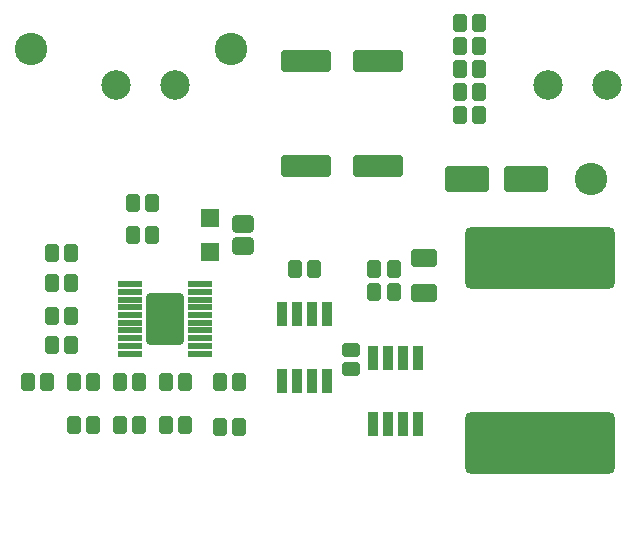
<source format=gts>
G04*
G04 #@! TF.GenerationSoftware,Altium Limited,Altium Designer,21.2.2 (38)*
G04*
G04 Layer_Color=8388736*
%FSLAX25Y25*%
%MOIN*%
G70*
G04*
G04 #@! TF.SameCoordinates,00FE7A0C-3AD2-496B-9420-9E862BC3E7C8*
G04*
G04*
G04 #@! TF.FilePolarity,Negative*
G04*
G01*
G75*
G04:AMPARAMS|DCode=28|XSize=63.12mil|YSize=43.43mil|CornerRadius=6.66mil|HoleSize=0mil|Usage=FLASHONLY|Rotation=0.000|XOffset=0mil|YOffset=0mil|HoleType=Round|Shape=RoundedRectangle|*
%AMROUNDEDRECTD28*
21,1,0.06312,0.03012,0,0,0.0*
21,1,0.04980,0.04343,0,0,0.0*
1,1,0.01332,0.02490,-0.01506*
1,1,0.01332,-0.02490,-0.01506*
1,1,0.01332,-0.02490,0.01506*
1,1,0.01332,0.02490,0.01506*
%
%ADD28ROUNDEDRECTD28*%
G04:AMPARAMS|DCode=29|XSize=70.99mil|YSize=165.48mil|CornerRadius=8.72mil|HoleSize=0mil|Usage=FLASHONLY|Rotation=270.000|XOffset=0mil|YOffset=0mil|HoleType=Round|Shape=RoundedRectangle|*
%AMROUNDEDRECTD29*
21,1,0.07099,0.14803,0,0,270.0*
21,1,0.05354,0.16548,0,0,270.0*
1,1,0.01745,-0.07402,-0.02677*
1,1,0.01745,-0.07402,0.02677*
1,1,0.01745,0.07402,0.02677*
1,1,0.01745,0.07402,-0.02677*
%
%ADD29ROUNDEDRECTD29*%
G04:AMPARAMS|DCode=30|XSize=63.12mil|YSize=43.43mil|CornerRadius=6.66mil|HoleSize=0mil|Usage=FLASHONLY|Rotation=90.000|XOffset=0mil|YOffset=0mil|HoleType=Round|Shape=RoundedRectangle|*
%AMROUNDEDRECTD30*
21,1,0.06312,0.03012,0,0,90.0*
21,1,0.04980,0.04343,0,0,90.0*
1,1,0.01332,0.01506,0.02490*
1,1,0.01332,0.01506,-0.02490*
1,1,0.01332,-0.01506,-0.02490*
1,1,0.01332,-0.01506,0.02490*
%
%ADD30ROUNDEDRECTD30*%
G04:AMPARAMS|DCode=31|XSize=82.8mil|YSize=22.17mil|CornerRadius=5.06mil|HoleSize=0mil|Usage=FLASHONLY|Rotation=0.000|XOffset=0mil|YOffset=0mil|HoleType=Round|Shape=RoundedRectangle|*
%AMROUNDEDRECTD31*
21,1,0.08280,0.01205,0,0,0.0*
21,1,0.07268,0.02217,0,0,0.0*
1,1,0.01013,0.03634,-0.00602*
1,1,0.01013,-0.03634,-0.00602*
1,1,0.01013,-0.03634,0.00602*
1,1,0.01013,0.03634,0.00602*
%
%ADD31ROUNDEDRECTD31*%
G04:AMPARAMS|DCode=32|XSize=22.17mil|YSize=82.8mil|CornerRadius=5.06mil|HoleSize=0mil|Usage=FLASHONLY|Rotation=90.000|XOffset=0mil|YOffset=0mil|HoleType=Round|Shape=RoundedRectangle|*
%AMROUNDEDRECTD32*
21,1,0.02217,0.07268,0,0,90.0*
21,1,0.01205,0.08280,0,0,90.0*
1,1,0.01013,0.03634,0.00602*
1,1,0.01013,0.03634,-0.00602*
1,1,0.01013,-0.03634,-0.00602*
1,1,0.01013,-0.03634,0.00602*
%
%ADD32ROUNDEDRECTD32*%
G04:AMPARAMS|DCode=33|XSize=173.35mil|YSize=126.11mil|CornerRadius=12.86mil|HoleSize=0mil|Usage=FLASHONLY|Rotation=90.000|XOffset=0mil|YOffset=0mil|HoleType=Round|Shape=RoundedRectangle|*
%AMROUNDEDRECTD33*
21,1,0.17335,0.10039,0,0,90.0*
21,1,0.14764,0.12611,0,0,90.0*
1,1,0.02572,0.05020,0.07382*
1,1,0.02572,0.05020,-0.07382*
1,1,0.02572,-0.05020,-0.07382*
1,1,0.02572,-0.05020,0.07382*
%
%ADD33ROUNDEDRECTD33*%
G04:AMPARAMS|DCode=34|XSize=86.74mil|YSize=59.18mil|CornerRadius=9.12mil|HoleSize=0mil|Usage=FLASHONLY|Rotation=0.000|XOffset=0mil|YOffset=0mil|HoleType=Round|Shape=RoundedRectangle|*
%AMROUNDEDRECTD34*
21,1,0.08674,0.04095,0,0,0.0*
21,1,0.06850,0.05918,0,0,0.0*
1,1,0.01824,0.03425,-0.02047*
1,1,0.01824,-0.03425,-0.02047*
1,1,0.01824,-0.03425,0.02047*
1,1,0.01824,0.03425,0.02047*
%
%ADD34ROUNDEDRECTD34*%
G04:AMPARAMS|DCode=35|XSize=36.35mil|YSize=82.8mil|CornerRadius=6.13mil|HoleSize=0mil|Usage=FLASHONLY|Rotation=0.000|XOffset=0mil|YOffset=0mil|HoleType=Round|Shape=RoundedRectangle|*
%AMROUNDEDRECTD35*
21,1,0.03635,0.07055,0,0,0.0*
21,1,0.02410,0.08280,0,0,0.0*
1,1,0.01225,0.01205,-0.03528*
1,1,0.01225,-0.01205,-0.03528*
1,1,0.01225,-0.01205,0.03528*
1,1,0.01225,0.01205,0.03528*
%
%ADD35ROUNDEDRECTD35*%
G04:AMPARAMS|DCode=36|XSize=204.85mil|YSize=500.13mil|CornerRadius=18.76mil|HoleSize=0mil|Usage=FLASHONLY|Rotation=270.000|XOffset=0mil|YOffset=0mil|HoleType=Round|Shape=RoundedRectangle|*
%AMROUNDEDRECTD36*
21,1,0.20485,0.46260,0,0,270.0*
21,1,0.16732,0.50013,0,0,270.0*
1,1,0.03753,-0.23130,-0.08366*
1,1,0.03753,-0.23130,0.08366*
1,1,0.03753,0.23130,0.08366*
1,1,0.03753,0.23130,-0.08366*
%
%ADD36ROUNDEDRECTD36*%
%ADD37R,0.06312X0.05918*%
G04:AMPARAMS|DCode=38|XSize=86.74mil|YSize=145.8mil|CornerRadius=9.91mil|HoleSize=0mil|Usage=FLASHONLY|Rotation=90.000|XOffset=0mil|YOffset=0mil|HoleType=Round|Shape=RoundedRectangle|*
%AMROUNDEDRECTD38*
21,1,0.08674,0.12598,0,0,90.0*
21,1,0.06693,0.14580,0,0,90.0*
1,1,0.01981,0.06299,0.03347*
1,1,0.01981,0.06299,-0.03347*
1,1,0.01981,-0.06299,-0.03347*
1,1,0.01981,-0.06299,0.03347*
%
%ADD38ROUNDEDRECTD38*%
G04:AMPARAMS|DCode=39|XSize=57.21mil|YSize=70.99mil|CornerRadius=8.92mil|HoleSize=0mil|Usage=FLASHONLY|Rotation=90.000|XOffset=0mil|YOffset=0mil|HoleType=Round|Shape=RoundedRectangle|*
%AMROUNDEDRECTD39*
21,1,0.05721,0.05315,0,0,90.0*
21,1,0.03937,0.07099,0,0,90.0*
1,1,0.01784,0.02657,0.01968*
1,1,0.01784,0.02657,-0.01968*
1,1,0.01784,-0.02657,-0.01968*
1,1,0.01784,-0.02657,0.01968*
%
%ADD39ROUNDEDRECTD39*%
%ADD40C,0.10800*%
%ADD41C,0.09855*%
D28*
X480500Y367752D02*
D03*
Y374248D02*
D03*
D29*
X489409Y435542D02*
D03*
X465590D02*
D03*
X489409Y470614D02*
D03*
X465590D02*
D03*
D30*
X494748Y401000D02*
D03*
X488252D02*
D03*
X494748Y393500D02*
D03*
X488252D02*
D03*
X443248Y363400D02*
D03*
X436752D02*
D03*
X394623Y349000D02*
D03*
X388127D02*
D03*
X425248D02*
D03*
X418752D02*
D03*
X443248Y348500D02*
D03*
X436752D02*
D03*
X379248Y363400D02*
D03*
X372752D02*
D03*
X409998Y349000D02*
D03*
X403502D02*
D03*
X387248Y396500D02*
D03*
X380752D02*
D03*
Y406434D02*
D03*
X387248D02*
D03*
X516752Y483000D02*
D03*
X523248D02*
D03*
X516752Y475375D02*
D03*
X523248D02*
D03*
X516752Y467750D02*
D03*
X523248D02*
D03*
X516752Y460125D02*
D03*
X523248D02*
D03*
X516752Y452500D02*
D03*
X523248D02*
D03*
X461752Y401000D02*
D03*
X468248D02*
D03*
X418752Y363400D02*
D03*
X425248D02*
D03*
X407752Y423000D02*
D03*
X414248D02*
D03*
X380752Y375700D02*
D03*
X387248D02*
D03*
X380752Y385500D02*
D03*
X387248D02*
D03*
X409998Y363400D02*
D03*
X403502D02*
D03*
X388127D02*
D03*
X394623D02*
D03*
X407752Y412500D02*
D03*
X414248D02*
D03*
D31*
X406807Y390898D02*
D03*
Y393457D02*
D03*
Y396016D02*
D03*
D32*
X430193D02*
D03*
Y393457D02*
D03*
Y390898D02*
D03*
Y388339D02*
D03*
Y385780D02*
D03*
Y383221D02*
D03*
Y380661D02*
D03*
Y378102D02*
D03*
Y375543D02*
D03*
Y372984D02*
D03*
X406807D02*
D03*
Y375543D02*
D03*
Y378102D02*
D03*
Y380661D02*
D03*
Y383221D02*
D03*
Y385780D02*
D03*
Y388339D02*
D03*
D33*
X418500Y384500D02*
D03*
D34*
X505000Y404709D02*
D03*
Y393291D02*
D03*
D35*
X487918Y349386D02*
D03*
X492918D02*
D03*
X497918D02*
D03*
X502918D02*
D03*
X487918Y371630D02*
D03*
X492918D02*
D03*
X497918D02*
D03*
X502918D02*
D03*
X472582Y386114D02*
D03*
X467582D02*
D03*
X462582D02*
D03*
X457582D02*
D03*
X472582Y363870D02*
D03*
X467582D02*
D03*
X462582D02*
D03*
X457582D02*
D03*
D36*
X543698Y343102D02*
D03*
Y404716D02*
D03*
D37*
X433500Y418209D02*
D03*
Y406791D02*
D03*
D38*
X519158Y431002D02*
D03*
X538842D02*
D03*
D39*
X444500Y416024D02*
D03*
Y408976D02*
D03*
D40*
X374000Y474500D02*
D03*
X560500Y431000D02*
D03*
X440500Y474500D02*
D03*
D41*
X565842Y462500D02*
D03*
X546158D02*
D03*
X421822D02*
D03*
X402137D02*
D03*
M02*

</source>
